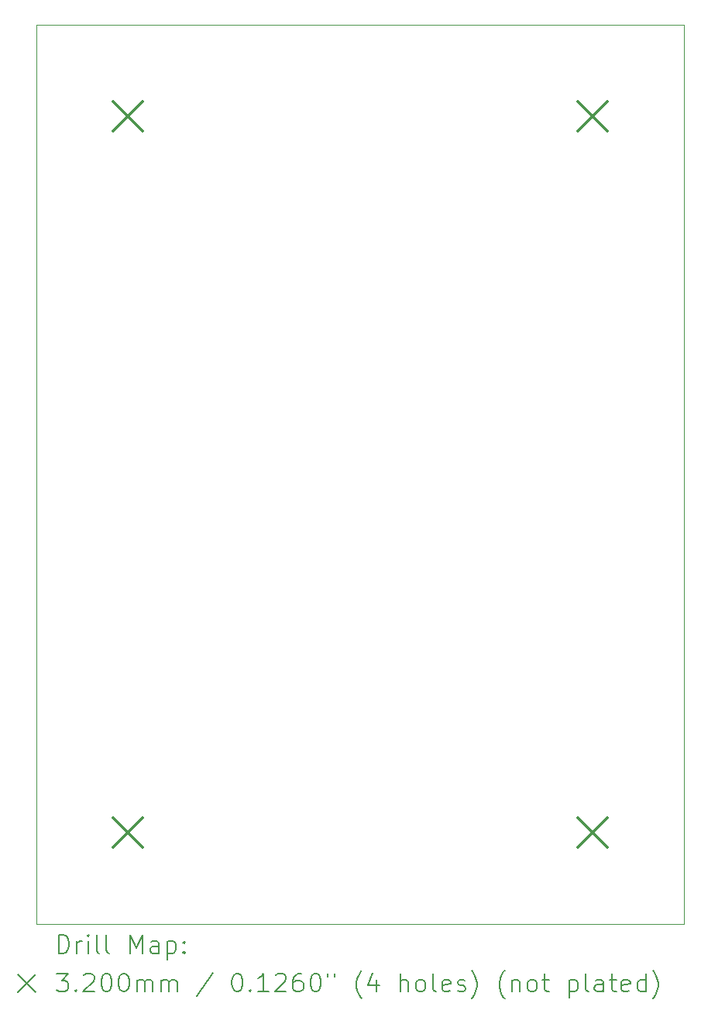
<source format=gbr>
%TF.GenerationSoftware,KiCad,Pcbnew,7.0.1*%
%TF.CreationDate,2023-05-04T12:41:58+02:00*%
%TF.ProjectId,traco_breakout_minimal,74726163-6f5f-4627-9265-616b6f75745f,rev?*%
%TF.SameCoordinates,Original*%
%TF.FileFunction,Drillmap*%
%TF.FilePolarity,Positive*%
%FSLAX45Y45*%
G04 Gerber Fmt 4.5, Leading zero omitted, Abs format (unit mm)*
G04 Created by KiCad (PCBNEW 7.0.1) date 2023-05-04 12:41:58*
%MOMM*%
%LPD*%
G01*
G04 APERTURE LIST*
%ADD10C,0.100000*%
%ADD11C,0.200000*%
%ADD12C,0.320000*%
G04 APERTURE END LIST*
D10*
X9560000Y-5089000D02*
X16640000Y-5089000D01*
X16640000Y-14915000D02*
X9560000Y-14915000D01*
X16640000Y-5089000D02*
X16640000Y-14915000D01*
X9560000Y-14915000D02*
X9560000Y-5089000D01*
D11*
D12*
X10400000Y-5929000D02*
X10720000Y-6249000D01*
X10720000Y-5929000D02*
X10400000Y-6249000D01*
X10400000Y-13755000D02*
X10720000Y-14075000D01*
X10720000Y-13755000D02*
X10400000Y-14075000D01*
X15480000Y-5929000D02*
X15800000Y-6249000D01*
X15800000Y-5929000D02*
X15480000Y-6249000D01*
X15480000Y-13755000D02*
X15800000Y-14075000D01*
X15800000Y-13755000D02*
X15480000Y-14075000D01*
D11*
X9802619Y-15232524D02*
X9802619Y-15032524D01*
X9802619Y-15032524D02*
X9850238Y-15032524D01*
X9850238Y-15032524D02*
X9878810Y-15042048D01*
X9878810Y-15042048D02*
X9897857Y-15061095D01*
X9897857Y-15061095D02*
X9907381Y-15080143D01*
X9907381Y-15080143D02*
X9916905Y-15118238D01*
X9916905Y-15118238D02*
X9916905Y-15146809D01*
X9916905Y-15146809D02*
X9907381Y-15184905D01*
X9907381Y-15184905D02*
X9897857Y-15203952D01*
X9897857Y-15203952D02*
X9878810Y-15223000D01*
X9878810Y-15223000D02*
X9850238Y-15232524D01*
X9850238Y-15232524D02*
X9802619Y-15232524D01*
X10002619Y-15232524D02*
X10002619Y-15099190D01*
X10002619Y-15137286D02*
X10012143Y-15118238D01*
X10012143Y-15118238D02*
X10021667Y-15108714D01*
X10021667Y-15108714D02*
X10040714Y-15099190D01*
X10040714Y-15099190D02*
X10059762Y-15099190D01*
X10126429Y-15232524D02*
X10126429Y-15099190D01*
X10126429Y-15032524D02*
X10116905Y-15042048D01*
X10116905Y-15042048D02*
X10126429Y-15051571D01*
X10126429Y-15051571D02*
X10135952Y-15042048D01*
X10135952Y-15042048D02*
X10126429Y-15032524D01*
X10126429Y-15032524D02*
X10126429Y-15051571D01*
X10250238Y-15232524D02*
X10231190Y-15223000D01*
X10231190Y-15223000D02*
X10221667Y-15203952D01*
X10221667Y-15203952D02*
X10221667Y-15032524D01*
X10355000Y-15232524D02*
X10335952Y-15223000D01*
X10335952Y-15223000D02*
X10326429Y-15203952D01*
X10326429Y-15203952D02*
X10326429Y-15032524D01*
X10583571Y-15232524D02*
X10583571Y-15032524D01*
X10583571Y-15032524D02*
X10650238Y-15175381D01*
X10650238Y-15175381D02*
X10716905Y-15032524D01*
X10716905Y-15032524D02*
X10716905Y-15232524D01*
X10897857Y-15232524D02*
X10897857Y-15127762D01*
X10897857Y-15127762D02*
X10888333Y-15108714D01*
X10888333Y-15108714D02*
X10869286Y-15099190D01*
X10869286Y-15099190D02*
X10831190Y-15099190D01*
X10831190Y-15099190D02*
X10812143Y-15108714D01*
X10897857Y-15223000D02*
X10878810Y-15232524D01*
X10878810Y-15232524D02*
X10831190Y-15232524D01*
X10831190Y-15232524D02*
X10812143Y-15223000D01*
X10812143Y-15223000D02*
X10802619Y-15203952D01*
X10802619Y-15203952D02*
X10802619Y-15184905D01*
X10802619Y-15184905D02*
X10812143Y-15165857D01*
X10812143Y-15165857D02*
X10831190Y-15156333D01*
X10831190Y-15156333D02*
X10878810Y-15156333D01*
X10878810Y-15156333D02*
X10897857Y-15146809D01*
X10993095Y-15099190D02*
X10993095Y-15299190D01*
X10993095Y-15108714D02*
X11012143Y-15099190D01*
X11012143Y-15099190D02*
X11050238Y-15099190D01*
X11050238Y-15099190D02*
X11069286Y-15108714D01*
X11069286Y-15108714D02*
X11078810Y-15118238D01*
X11078810Y-15118238D02*
X11088333Y-15137286D01*
X11088333Y-15137286D02*
X11088333Y-15194428D01*
X11088333Y-15194428D02*
X11078810Y-15213476D01*
X11078810Y-15213476D02*
X11069286Y-15223000D01*
X11069286Y-15223000D02*
X11050238Y-15232524D01*
X11050238Y-15232524D02*
X11012143Y-15232524D01*
X11012143Y-15232524D02*
X10993095Y-15223000D01*
X11174048Y-15213476D02*
X11183571Y-15223000D01*
X11183571Y-15223000D02*
X11174048Y-15232524D01*
X11174048Y-15232524D02*
X11164524Y-15223000D01*
X11164524Y-15223000D02*
X11174048Y-15213476D01*
X11174048Y-15213476D02*
X11174048Y-15232524D01*
X11174048Y-15108714D02*
X11183571Y-15118238D01*
X11183571Y-15118238D02*
X11174048Y-15127762D01*
X11174048Y-15127762D02*
X11164524Y-15118238D01*
X11164524Y-15118238D02*
X11174048Y-15108714D01*
X11174048Y-15108714D02*
X11174048Y-15127762D01*
X9355000Y-15460000D02*
X9555000Y-15660000D01*
X9555000Y-15460000D02*
X9355000Y-15660000D01*
X9783571Y-15452524D02*
X9907381Y-15452524D01*
X9907381Y-15452524D02*
X9840714Y-15528714D01*
X9840714Y-15528714D02*
X9869286Y-15528714D01*
X9869286Y-15528714D02*
X9888333Y-15538238D01*
X9888333Y-15538238D02*
X9897857Y-15547762D01*
X9897857Y-15547762D02*
X9907381Y-15566809D01*
X9907381Y-15566809D02*
X9907381Y-15614428D01*
X9907381Y-15614428D02*
X9897857Y-15633476D01*
X9897857Y-15633476D02*
X9888333Y-15643000D01*
X9888333Y-15643000D02*
X9869286Y-15652524D01*
X9869286Y-15652524D02*
X9812143Y-15652524D01*
X9812143Y-15652524D02*
X9793095Y-15643000D01*
X9793095Y-15643000D02*
X9783571Y-15633476D01*
X9993095Y-15633476D02*
X10002619Y-15643000D01*
X10002619Y-15643000D02*
X9993095Y-15652524D01*
X9993095Y-15652524D02*
X9983571Y-15643000D01*
X9983571Y-15643000D02*
X9993095Y-15633476D01*
X9993095Y-15633476D02*
X9993095Y-15652524D01*
X10078810Y-15471571D02*
X10088333Y-15462048D01*
X10088333Y-15462048D02*
X10107381Y-15452524D01*
X10107381Y-15452524D02*
X10155000Y-15452524D01*
X10155000Y-15452524D02*
X10174048Y-15462048D01*
X10174048Y-15462048D02*
X10183571Y-15471571D01*
X10183571Y-15471571D02*
X10193095Y-15490619D01*
X10193095Y-15490619D02*
X10193095Y-15509667D01*
X10193095Y-15509667D02*
X10183571Y-15538238D01*
X10183571Y-15538238D02*
X10069286Y-15652524D01*
X10069286Y-15652524D02*
X10193095Y-15652524D01*
X10316905Y-15452524D02*
X10335952Y-15452524D01*
X10335952Y-15452524D02*
X10355000Y-15462048D01*
X10355000Y-15462048D02*
X10364524Y-15471571D01*
X10364524Y-15471571D02*
X10374048Y-15490619D01*
X10374048Y-15490619D02*
X10383571Y-15528714D01*
X10383571Y-15528714D02*
X10383571Y-15576333D01*
X10383571Y-15576333D02*
X10374048Y-15614428D01*
X10374048Y-15614428D02*
X10364524Y-15633476D01*
X10364524Y-15633476D02*
X10355000Y-15643000D01*
X10355000Y-15643000D02*
X10335952Y-15652524D01*
X10335952Y-15652524D02*
X10316905Y-15652524D01*
X10316905Y-15652524D02*
X10297857Y-15643000D01*
X10297857Y-15643000D02*
X10288333Y-15633476D01*
X10288333Y-15633476D02*
X10278810Y-15614428D01*
X10278810Y-15614428D02*
X10269286Y-15576333D01*
X10269286Y-15576333D02*
X10269286Y-15528714D01*
X10269286Y-15528714D02*
X10278810Y-15490619D01*
X10278810Y-15490619D02*
X10288333Y-15471571D01*
X10288333Y-15471571D02*
X10297857Y-15462048D01*
X10297857Y-15462048D02*
X10316905Y-15452524D01*
X10507381Y-15452524D02*
X10526429Y-15452524D01*
X10526429Y-15452524D02*
X10545476Y-15462048D01*
X10545476Y-15462048D02*
X10555000Y-15471571D01*
X10555000Y-15471571D02*
X10564524Y-15490619D01*
X10564524Y-15490619D02*
X10574048Y-15528714D01*
X10574048Y-15528714D02*
X10574048Y-15576333D01*
X10574048Y-15576333D02*
X10564524Y-15614428D01*
X10564524Y-15614428D02*
X10555000Y-15633476D01*
X10555000Y-15633476D02*
X10545476Y-15643000D01*
X10545476Y-15643000D02*
X10526429Y-15652524D01*
X10526429Y-15652524D02*
X10507381Y-15652524D01*
X10507381Y-15652524D02*
X10488333Y-15643000D01*
X10488333Y-15643000D02*
X10478810Y-15633476D01*
X10478810Y-15633476D02*
X10469286Y-15614428D01*
X10469286Y-15614428D02*
X10459762Y-15576333D01*
X10459762Y-15576333D02*
X10459762Y-15528714D01*
X10459762Y-15528714D02*
X10469286Y-15490619D01*
X10469286Y-15490619D02*
X10478810Y-15471571D01*
X10478810Y-15471571D02*
X10488333Y-15462048D01*
X10488333Y-15462048D02*
X10507381Y-15452524D01*
X10659762Y-15652524D02*
X10659762Y-15519190D01*
X10659762Y-15538238D02*
X10669286Y-15528714D01*
X10669286Y-15528714D02*
X10688333Y-15519190D01*
X10688333Y-15519190D02*
X10716905Y-15519190D01*
X10716905Y-15519190D02*
X10735952Y-15528714D01*
X10735952Y-15528714D02*
X10745476Y-15547762D01*
X10745476Y-15547762D02*
X10745476Y-15652524D01*
X10745476Y-15547762D02*
X10755000Y-15528714D01*
X10755000Y-15528714D02*
X10774048Y-15519190D01*
X10774048Y-15519190D02*
X10802619Y-15519190D01*
X10802619Y-15519190D02*
X10821667Y-15528714D01*
X10821667Y-15528714D02*
X10831191Y-15547762D01*
X10831191Y-15547762D02*
X10831191Y-15652524D01*
X10926429Y-15652524D02*
X10926429Y-15519190D01*
X10926429Y-15538238D02*
X10935952Y-15528714D01*
X10935952Y-15528714D02*
X10955000Y-15519190D01*
X10955000Y-15519190D02*
X10983572Y-15519190D01*
X10983572Y-15519190D02*
X11002619Y-15528714D01*
X11002619Y-15528714D02*
X11012143Y-15547762D01*
X11012143Y-15547762D02*
X11012143Y-15652524D01*
X11012143Y-15547762D02*
X11021667Y-15528714D01*
X11021667Y-15528714D02*
X11040714Y-15519190D01*
X11040714Y-15519190D02*
X11069286Y-15519190D01*
X11069286Y-15519190D02*
X11088333Y-15528714D01*
X11088333Y-15528714D02*
X11097857Y-15547762D01*
X11097857Y-15547762D02*
X11097857Y-15652524D01*
X11488333Y-15443000D02*
X11316905Y-15700143D01*
X11745476Y-15452524D02*
X11764524Y-15452524D01*
X11764524Y-15452524D02*
X11783572Y-15462048D01*
X11783572Y-15462048D02*
X11793095Y-15471571D01*
X11793095Y-15471571D02*
X11802619Y-15490619D01*
X11802619Y-15490619D02*
X11812143Y-15528714D01*
X11812143Y-15528714D02*
X11812143Y-15576333D01*
X11812143Y-15576333D02*
X11802619Y-15614428D01*
X11802619Y-15614428D02*
X11793095Y-15633476D01*
X11793095Y-15633476D02*
X11783572Y-15643000D01*
X11783572Y-15643000D02*
X11764524Y-15652524D01*
X11764524Y-15652524D02*
X11745476Y-15652524D01*
X11745476Y-15652524D02*
X11726429Y-15643000D01*
X11726429Y-15643000D02*
X11716905Y-15633476D01*
X11716905Y-15633476D02*
X11707381Y-15614428D01*
X11707381Y-15614428D02*
X11697857Y-15576333D01*
X11697857Y-15576333D02*
X11697857Y-15528714D01*
X11697857Y-15528714D02*
X11707381Y-15490619D01*
X11707381Y-15490619D02*
X11716905Y-15471571D01*
X11716905Y-15471571D02*
X11726429Y-15462048D01*
X11726429Y-15462048D02*
X11745476Y-15452524D01*
X11897857Y-15633476D02*
X11907381Y-15643000D01*
X11907381Y-15643000D02*
X11897857Y-15652524D01*
X11897857Y-15652524D02*
X11888333Y-15643000D01*
X11888333Y-15643000D02*
X11897857Y-15633476D01*
X11897857Y-15633476D02*
X11897857Y-15652524D01*
X12097857Y-15652524D02*
X11983572Y-15652524D01*
X12040714Y-15652524D02*
X12040714Y-15452524D01*
X12040714Y-15452524D02*
X12021667Y-15481095D01*
X12021667Y-15481095D02*
X12002619Y-15500143D01*
X12002619Y-15500143D02*
X11983572Y-15509667D01*
X12174048Y-15471571D02*
X12183572Y-15462048D01*
X12183572Y-15462048D02*
X12202619Y-15452524D01*
X12202619Y-15452524D02*
X12250238Y-15452524D01*
X12250238Y-15452524D02*
X12269286Y-15462048D01*
X12269286Y-15462048D02*
X12278810Y-15471571D01*
X12278810Y-15471571D02*
X12288333Y-15490619D01*
X12288333Y-15490619D02*
X12288333Y-15509667D01*
X12288333Y-15509667D02*
X12278810Y-15538238D01*
X12278810Y-15538238D02*
X12164524Y-15652524D01*
X12164524Y-15652524D02*
X12288333Y-15652524D01*
X12459762Y-15452524D02*
X12421667Y-15452524D01*
X12421667Y-15452524D02*
X12402619Y-15462048D01*
X12402619Y-15462048D02*
X12393095Y-15471571D01*
X12393095Y-15471571D02*
X12374048Y-15500143D01*
X12374048Y-15500143D02*
X12364524Y-15538238D01*
X12364524Y-15538238D02*
X12364524Y-15614428D01*
X12364524Y-15614428D02*
X12374048Y-15633476D01*
X12374048Y-15633476D02*
X12383572Y-15643000D01*
X12383572Y-15643000D02*
X12402619Y-15652524D01*
X12402619Y-15652524D02*
X12440714Y-15652524D01*
X12440714Y-15652524D02*
X12459762Y-15643000D01*
X12459762Y-15643000D02*
X12469286Y-15633476D01*
X12469286Y-15633476D02*
X12478810Y-15614428D01*
X12478810Y-15614428D02*
X12478810Y-15566809D01*
X12478810Y-15566809D02*
X12469286Y-15547762D01*
X12469286Y-15547762D02*
X12459762Y-15538238D01*
X12459762Y-15538238D02*
X12440714Y-15528714D01*
X12440714Y-15528714D02*
X12402619Y-15528714D01*
X12402619Y-15528714D02*
X12383572Y-15538238D01*
X12383572Y-15538238D02*
X12374048Y-15547762D01*
X12374048Y-15547762D02*
X12364524Y-15566809D01*
X12602619Y-15452524D02*
X12621667Y-15452524D01*
X12621667Y-15452524D02*
X12640714Y-15462048D01*
X12640714Y-15462048D02*
X12650238Y-15471571D01*
X12650238Y-15471571D02*
X12659762Y-15490619D01*
X12659762Y-15490619D02*
X12669286Y-15528714D01*
X12669286Y-15528714D02*
X12669286Y-15576333D01*
X12669286Y-15576333D02*
X12659762Y-15614428D01*
X12659762Y-15614428D02*
X12650238Y-15633476D01*
X12650238Y-15633476D02*
X12640714Y-15643000D01*
X12640714Y-15643000D02*
X12621667Y-15652524D01*
X12621667Y-15652524D02*
X12602619Y-15652524D01*
X12602619Y-15652524D02*
X12583572Y-15643000D01*
X12583572Y-15643000D02*
X12574048Y-15633476D01*
X12574048Y-15633476D02*
X12564524Y-15614428D01*
X12564524Y-15614428D02*
X12555000Y-15576333D01*
X12555000Y-15576333D02*
X12555000Y-15528714D01*
X12555000Y-15528714D02*
X12564524Y-15490619D01*
X12564524Y-15490619D02*
X12574048Y-15471571D01*
X12574048Y-15471571D02*
X12583572Y-15462048D01*
X12583572Y-15462048D02*
X12602619Y-15452524D01*
X12745476Y-15452524D02*
X12745476Y-15490619D01*
X12821667Y-15452524D02*
X12821667Y-15490619D01*
X13116905Y-15728714D02*
X13107381Y-15719190D01*
X13107381Y-15719190D02*
X13088334Y-15690619D01*
X13088334Y-15690619D02*
X13078810Y-15671571D01*
X13078810Y-15671571D02*
X13069286Y-15643000D01*
X13069286Y-15643000D02*
X13059762Y-15595381D01*
X13059762Y-15595381D02*
X13059762Y-15557286D01*
X13059762Y-15557286D02*
X13069286Y-15509667D01*
X13069286Y-15509667D02*
X13078810Y-15481095D01*
X13078810Y-15481095D02*
X13088334Y-15462048D01*
X13088334Y-15462048D02*
X13107381Y-15433476D01*
X13107381Y-15433476D02*
X13116905Y-15423952D01*
X13278810Y-15519190D02*
X13278810Y-15652524D01*
X13231191Y-15443000D02*
X13183572Y-15585857D01*
X13183572Y-15585857D02*
X13307381Y-15585857D01*
X13535953Y-15652524D02*
X13535953Y-15452524D01*
X13621667Y-15652524D02*
X13621667Y-15547762D01*
X13621667Y-15547762D02*
X13612143Y-15528714D01*
X13612143Y-15528714D02*
X13593096Y-15519190D01*
X13593096Y-15519190D02*
X13564524Y-15519190D01*
X13564524Y-15519190D02*
X13545476Y-15528714D01*
X13545476Y-15528714D02*
X13535953Y-15538238D01*
X13745476Y-15652524D02*
X13726429Y-15643000D01*
X13726429Y-15643000D02*
X13716905Y-15633476D01*
X13716905Y-15633476D02*
X13707381Y-15614428D01*
X13707381Y-15614428D02*
X13707381Y-15557286D01*
X13707381Y-15557286D02*
X13716905Y-15538238D01*
X13716905Y-15538238D02*
X13726429Y-15528714D01*
X13726429Y-15528714D02*
X13745476Y-15519190D01*
X13745476Y-15519190D02*
X13774048Y-15519190D01*
X13774048Y-15519190D02*
X13793096Y-15528714D01*
X13793096Y-15528714D02*
X13802619Y-15538238D01*
X13802619Y-15538238D02*
X13812143Y-15557286D01*
X13812143Y-15557286D02*
X13812143Y-15614428D01*
X13812143Y-15614428D02*
X13802619Y-15633476D01*
X13802619Y-15633476D02*
X13793096Y-15643000D01*
X13793096Y-15643000D02*
X13774048Y-15652524D01*
X13774048Y-15652524D02*
X13745476Y-15652524D01*
X13926429Y-15652524D02*
X13907381Y-15643000D01*
X13907381Y-15643000D02*
X13897857Y-15623952D01*
X13897857Y-15623952D02*
X13897857Y-15452524D01*
X14078810Y-15643000D02*
X14059762Y-15652524D01*
X14059762Y-15652524D02*
X14021667Y-15652524D01*
X14021667Y-15652524D02*
X14002619Y-15643000D01*
X14002619Y-15643000D02*
X13993096Y-15623952D01*
X13993096Y-15623952D02*
X13993096Y-15547762D01*
X13993096Y-15547762D02*
X14002619Y-15528714D01*
X14002619Y-15528714D02*
X14021667Y-15519190D01*
X14021667Y-15519190D02*
X14059762Y-15519190D01*
X14059762Y-15519190D02*
X14078810Y-15528714D01*
X14078810Y-15528714D02*
X14088334Y-15547762D01*
X14088334Y-15547762D02*
X14088334Y-15566809D01*
X14088334Y-15566809D02*
X13993096Y-15585857D01*
X14164524Y-15643000D02*
X14183572Y-15652524D01*
X14183572Y-15652524D02*
X14221667Y-15652524D01*
X14221667Y-15652524D02*
X14240715Y-15643000D01*
X14240715Y-15643000D02*
X14250238Y-15623952D01*
X14250238Y-15623952D02*
X14250238Y-15614428D01*
X14250238Y-15614428D02*
X14240715Y-15595381D01*
X14240715Y-15595381D02*
X14221667Y-15585857D01*
X14221667Y-15585857D02*
X14193096Y-15585857D01*
X14193096Y-15585857D02*
X14174048Y-15576333D01*
X14174048Y-15576333D02*
X14164524Y-15557286D01*
X14164524Y-15557286D02*
X14164524Y-15547762D01*
X14164524Y-15547762D02*
X14174048Y-15528714D01*
X14174048Y-15528714D02*
X14193096Y-15519190D01*
X14193096Y-15519190D02*
X14221667Y-15519190D01*
X14221667Y-15519190D02*
X14240715Y-15528714D01*
X14316905Y-15728714D02*
X14326429Y-15719190D01*
X14326429Y-15719190D02*
X14345477Y-15690619D01*
X14345477Y-15690619D02*
X14355000Y-15671571D01*
X14355000Y-15671571D02*
X14364524Y-15643000D01*
X14364524Y-15643000D02*
X14374048Y-15595381D01*
X14374048Y-15595381D02*
X14374048Y-15557286D01*
X14374048Y-15557286D02*
X14364524Y-15509667D01*
X14364524Y-15509667D02*
X14355000Y-15481095D01*
X14355000Y-15481095D02*
X14345477Y-15462048D01*
X14345477Y-15462048D02*
X14326429Y-15433476D01*
X14326429Y-15433476D02*
X14316905Y-15423952D01*
X14678810Y-15728714D02*
X14669286Y-15719190D01*
X14669286Y-15719190D02*
X14650238Y-15690619D01*
X14650238Y-15690619D02*
X14640715Y-15671571D01*
X14640715Y-15671571D02*
X14631191Y-15643000D01*
X14631191Y-15643000D02*
X14621667Y-15595381D01*
X14621667Y-15595381D02*
X14621667Y-15557286D01*
X14621667Y-15557286D02*
X14631191Y-15509667D01*
X14631191Y-15509667D02*
X14640715Y-15481095D01*
X14640715Y-15481095D02*
X14650238Y-15462048D01*
X14650238Y-15462048D02*
X14669286Y-15433476D01*
X14669286Y-15433476D02*
X14678810Y-15423952D01*
X14755000Y-15519190D02*
X14755000Y-15652524D01*
X14755000Y-15538238D02*
X14764524Y-15528714D01*
X14764524Y-15528714D02*
X14783572Y-15519190D01*
X14783572Y-15519190D02*
X14812143Y-15519190D01*
X14812143Y-15519190D02*
X14831191Y-15528714D01*
X14831191Y-15528714D02*
X14840715Y-15547762D01*
X14840715Y-15547762D02*
X14840715Y-15652524D01*
X14964524Y-15652524D02*
X14945477Y-15643000D01*
X14945477Y-15643000D02*
X14935953Y-15633476D01*
X14935953Y-15633476D02*
X14926429Y-15614428D01*
X14926429Y-15614428D02*
X14926429Y-15557286D01*
X14926429Y-15557286D02*
X14935953Y-15538238D01*
X14935953Y-15538238D02*
X14945477Y-15528714D01*
X14945477Y-15528714D02*
X14964524Y-15519190D01*
X14964524Y-15519190D02*
X14993096Y-15519190D01*
X14993096Y-15519190D02*
X15012143Y-15528714D01*
X15012143Y-15528714D02*
X15021667Y-15538238D01*
X15021667Y-15538238D02*
X15031191Y-15557286D01*
X15031191Y-15557286D02*
X15031191Y-15614428D01*
X15031191Y-15614428D02*
X15021667Y-15633476D01*
X15021667Y-15633476D02*
X15012143Y-15643000D01*
X15012143Y-15643000D02*
X14993096Y-15652524D01*
X14993096Y-15652524D02*
X14964524Y-15652524D01*
X15088334Y-15519190D02*
X15164524Y-15519190D01*
X15116905Y-15452524D02*
X15116905Y-15623952D01*
X15116905Y-15623952D02*
X15126429Y-15643000D01*
X15126429Y-15643000D02*
X15145477Y-15652524D01*
X15145477Y-15652524D02*
X15164524Y-15652524D01*
X15383572Y-15519190D02*
X15383572Y-15719190D01*
X15383572Y-15528714D02*
X15402619Y-15519190D01*
X15402619Y-15519190D02*
X15440715Y-15519190D01*
X15440715Y-15519190D02*
X15459762Y-15528714D01*
X15459762Y-15528714D02*
X15469286Y-15538238D01*
X15469286Y-15538238D02*
X15478810Y-15557286D01*
X15478810Y-15557286D02*
X15478810Y-15614428D01*
X15478810Y-15614428D02*
X15469286Y-15633476D01*
X15469286Y-15633476D02*
X15459762Y-15643000D01*
X15459762Y-15643000D02*
X15440715Y-15652524D01*
X15440715Y-15652524D02*
X15402619Y-15652524D01*
X15402619Y-15652524D02*
X15383572Y-15643000D01*
X15593096Y-15652524D02*
X15574048Y-15643000D01*
X15574048Y-15643000D02*
X15564524Y-15623952D01*
X15564524Y-15623952D02*
X15564524Y-15452524D01*
X15755000Y-15652524D02*
X15755000Y-15547762D01*
X15755000Y-15547762D02*
X15745477Y-15528714D01*
X15745477Y-15528714D02*
X15726429Y-15519190D01*
X15726429Y-15519190D02*
X15688334Y-15519190D01*
X15688334Y-15519190D02*
X15669286Y-15528714D01*
X15755000Y-15643000D02*
X15735953Y-15652524D01*
X15735953Y-15652524D02*
X15688334Y-15652524D01*
X15688334Y-15652524D02*
X15669286Y-15643000D01*
X15669286Y-15643000D02*
X15659762Y-15623952D01*
X15659762Y-15623952D02*
X15659762Y-15604905D01*
X15659762Y-15604905D02*
X15669286Y-15585857D01*
X15669286Y-15585857D02*
X15688334Y-15576333D01*
X15688334Y-15576333D02*
X15735953Y-15576333D01*
X15735953Y-15576333D02*
X15755000Y-15566809D01*
X15821667Y-15519190D02*
X15897858Y-15519190D01*
X15850239Y-15452524D02*
X15850239Y-15623952D01*
X15850239Y-15623952D02*
X15859762Y-15643000D01*
X15859762Y-15643000D02*
X15878810Y-15652524D01*
X15878810Y-15652524D02*
X15897858Y-15652524D01*
X16040715Y-15643000D02*
X16021667Y-15652524D01*
X16021667Y-15652524D02*
X15983572Y-15652524D01*
X15983572Y-15652524D02*
X15964524Y-15643000D01*
X15964524Y-15643000D02*
X15955000Y-15623952D01*
X15955000Y-15623952D02*
X15955000Y-15547762D01*
X15955000Y-15547762D02*
X15964524Y-15528714D01*
X15964524Y-15528714D02*
X15983572Y-15519190D01*
X15983572Y-15519190D02*
X16021667Y-15519190D01*
X16021667Y-15519190D02*
X16040715Y-15528714D01*
X16040715Y-15528714D02*
X16050239Y-15547762D01*
X16050239Y-15547762D02*
X16050239Y-15566809D01*
X16050239Y-15566809D02*
X15955000Y-15585857D01*
X16221667Y-15652524D02*
X16221667Y-15452524D01*
X16221667Y-15643000D02*
X16202620Y-15652524D01*
X16202620Y-15652524D02*
X16164524Y-15652524D01*
X16164524Y-15652524D02*
X16145477Y-15643000D01*
X16145477Y-15643000D02*
X16135953Y-15633476D01*
X16135953Y-15633476D02*
X16126429Y-15614428D01*
X16126429Y-15614428D02*
X16126429Y-15557286D01*
X16126429Y-15557286D02*
X16135953Y-15538238D01*
X16135953Y-15538238D02*
X16145477Y-15528714D01*
X16145477Y-15528714D02*
X16164524Y-15519190D01*
X16164524Y-15519190D02*
X16202620Y-15519190D01*
X16202620Y-15519190D02*
X16221667Y-15528714D01*
X16297858Y-15728714D02*
X16307381Y-15719190D01*
X16307381Y-15719190D02*
X16326429Y-15690619D01*
X16326429Y-15690619D02*
X16335953Y-15671571D01*
X16335953Y-15671571D02*
X16345477Y-15643000D01*
X16345477Y-15643000D02*
X16355000Y-15595381D01*
X16355000Y-15595381D02*
X16355000Y-15557286D01*
X16355000Y-15557286D02*
X16345477Y-15509667D01*
X16345477Y-15509667D02*
X16335953Y-15481095D01*
X16335953Y-15481095D02*
X16326429Y-15462048D01*
X16326429Y-15462048D02*
X16307381Y-15433476D01*
X16307381Y-15433476D02*
X16297858Y-15423952D01*
M02*

</source>
